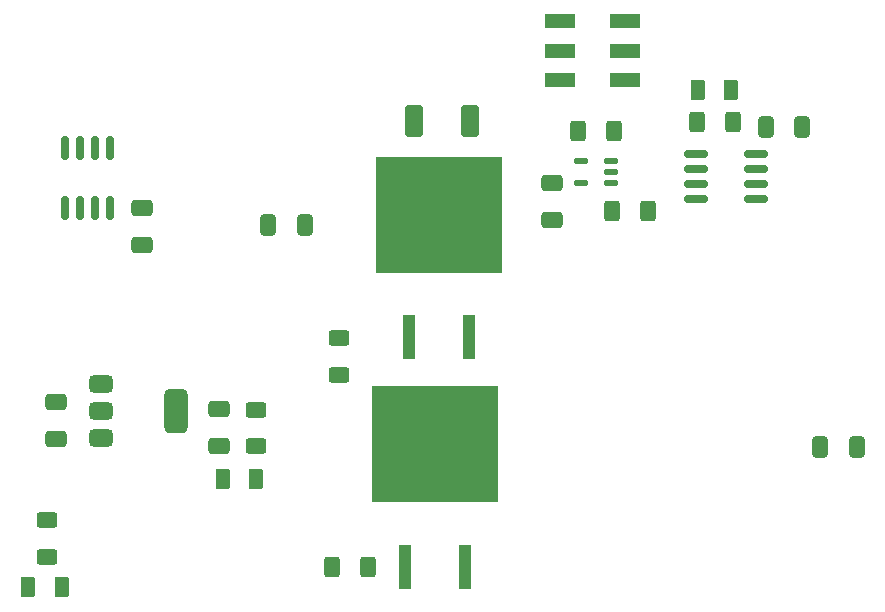
<source format=gbr>
%TF.GenerationSoftware,KiCad,Pcbnew,9.0.4*%
%TF.CreationDate,2025-10-06T02:07:33-06:00*%
%TF.ProjectId,Levitation_Analog_v1,4c657669-7461-4746-996f-6e5f416e616c,rev?*%
%TF.SameCoordinates,Original*%
%TF.FileFunction,Paste,Top*%
%TF.FilePolarity,Positive*%
%FSLAX46Y46*%
G04 Gerber Fmt 4.6, Leading zero omitted, Abs format (unit mm)*
G04 Created by KiCad (PCBNEW 9.0.4) date 2025-10-06 02:07:33*
%MOMM*%
%LPD*%
G01*
G04 APERTURE LIST*
G04 Aperture macros list*
%AMRoundRect*
0 Rectangle with rounded corners*
0 $1 Rounding radius*
0 $2 $3 $4 $5 $6 $7 $8 $9 X,Y pos of 4 corners*
0 Add a 4 corners polygon primitive as box body*
4,1,4,$2,$3,$4,$5,$6,$7,$8,$9,$2,$3,0*
0 Add four circle primitives for the rounded corners*
1,1,$1+$1,$2,$3*
1,1,$1+$1,$4,$5*
1,1,$1+$1,$6,$7*
1,1,$1+$1,$8,$9*
0 Add four rect primitives between the rounded corners*
20,1,$1+$1,$2,$3,$4,$5,0*
20,1,$1+$1,$4,$5,$6,$7,0*
20,1,$1+$1,$6,$7,$8,$9,0*
20,1,$1+$1,$8,$9,$2,$3,0*%
G04 Aperture macros list end*
%ADD10RoundRect,0.250000X0.375000X0.625000X-0.375000X0.625000X-0.375000X-0.625000X0.375000X-0.625000X0*%
%ADD11R,1.041400X3.810000*%
%ADD12R,10.769600X9.880600*%
%ADD13RoundRect,0.250000X-0.500000X-1.100000X0.500000X-1.100000X0.500000X1.100000X-0.500000X1.100000X0*%
%ADD14RoundRect,0.250000X-0.375000X-0.625000X0.375000X-0.625000X0.375000X0.625000X-0.375000X0.625000X0*%
%ADD15RoundRect,0.250000X-0.650000X0.412500X-0.650000X-0.412500X0.650000X-0.412500X0.650000X0.412500X0*%
%ADD16R,2.500000X1.200000*%
%ADD17RoundRect,0.250000X-0.412500X-0.650000X0.412500X-0.650000X0.412500X0.650000X-0.412500X0.650000X0*%
%ADD18RoundRect,0.250000X-0.625000X0.400000X-0.625000X-0.400000X0.625000X-0.400000X0.625000X0.400000X0*%
%ADD19RoundRect,0.250000X-0.400000X-0.625000X0.400000X-0.625000X0.400000X0.625000X-0.400000X0.625000X0*%
%ADD20RoundRect,0.147500X0.457500X0.147500X-0.457500X0.147500X-0.457500X-0.147500X0.457500X-0.147500X0*%
%ADD21RoundRect,0.162500X-0.825000X-0.162500X0.825000X-0.162500X0.825000X0.162500X-0.825000X0.162500X0*%
%ADD22RoundRect,0.250000X0.400000X0.625000X-0.400000X0.625000X-0.400000X-0.625000X0.400000X-0.625000X0*%
%ADD23RoundRect,0.162500X-0.162500X0.825000X-0.162500X-0.825000X0.162500X-0.825000X0.162500X0.825000X0*%
%ADD24RoundRect,0.250000X0.650000X-0.412500X0.650000X0.412500X-0.650000X0.412500X-0.650000X-0.412500X0*%
%ADD25RoundRect,0.375000X-0.625000X-0.375000X0.625000X-0.375000X0.625000X0.375000X-0.625000X0.375000X0*%
%ADD26RoundRect,0.500000X-0.500000X-1.400000X0.500000X-1.400000X0.500000X1.400000X-0.500000X1.400000X0*%
G04 APERTURE END LIST*
D10*
%TO.C,D2*%
X175120000Y-62820000D03*
X172320000Y-62820000D03*
%TD*%
D11*
%TO.C,MOSFET1*%
X147860000Y-83805900D03*
X152940000Y-83805900D03*
D12*
X150400000Y-73430000D03*
%TD*%
D13*
%TO.C,D1*%
X148290000Y-65520000D03*
X153090000Y-65520000D03*
%TD*%
D14*
%TO.C,D3*%
X132170000Y-95750000D03*
X134970000Y-95750000D03*
%TD*%
D15*
%TO.C,C2*%
X125290000Y-72827500D03*
X125290000Y-75952500D03*
%TD*%
D16*
%TO.C,S1*%
X160662500Y-57025000D03*
X160662500Y-59525000D03*
X160662500Y-62025000D03*
X166162500Y-57025000D03*
X166162500Y-59525000D03*
X166162500Y-62025000D03*
%TD*%
D17*
%TO.C,C7*%
X182657500Y-93110000D03*
X185782500Y-93110000D03*
%TD*%
D10*
%TO.C,D4*%
X118470000Y-104940000D03*
X115670000Y-104940000D03*
%TD*%
D18*
%TO.C,R1*%
X142000000Y-83850000D03*
X142000000Y-86950000D03*
%TD*%
D15*
%TO.C,C6*%
X159962500Y-70722500D03*
X159962500Y-73847500D03*
%TD*%
%TO.C,C4*%
X131780000Y-89895000D03*
X131780000Y-93020000D03*
%TD*%
D19*
%TO.C,R3*%
X165052500Y-73095000D03*
X168152500Y-73095000D03*
%TD*%
D18*
%TO.C,R6*%
X134960000Y-89920000D03*
X134960000Y-93020000D03*
%TD*%
D17*
%TO.C,C5*%
X178077500Y-66020000D03*
X181202500Y-66020000D03*
%TD*%
D12*
%TO.C,MOSFET2*%
X150130000Y-92830000D03*
D11*
X152670000Y-103205900D03*
X147590000Y-103205900D03*
%TD*%
D20*
%TO.C,U4*%
X164970000Y-70735000D03*
X164970000Y-69785000D03*
X164970000Y-68835000D03*
X162460000Y-68835000D03*
X162460000Y-70735000D03*
%TD*%
D21*
%TO.C,U3*%
X172202500Y-68275000D03*
X172202500Y-69545000D03*
X172202500Y-70815000D03*
X172202500Y-72085000D03*
X177277500Y-72085000D03*
X177277500Y-70815000D03*
X177277500Y-69545000D03*
X177277500Y-68275000D03*
%TD*%
D22*
%TO.C,R2*%
X144450000Y-103280000D03*
X141350000Y-103280000D03*
%TD*%
%TO.C,R5*%
X175330000Y-65540000D03*
X172230000Y-65540000D03*
%TD*%
D17*
%TO.C,C1*%
X135987500Y-74270000D03*
X139112500Y-74270000D03*
%TD*%
D23*
%TO.C,U1*%
X122565000Y-67732500D03*
X121295000Y-67732500D03*
X120025000Y-67732500D03*
X118755000Y-67732500D03*
X118755000Y-72807500D03*
X120025000Y-72807500D03*
X121295000Y-72807500D03*
X122565000Y-72807500D03*
%TD*%
D19*
%TO.C,R4*%
X162162500Y-66335000D03*
X165262500Y-66335000D03*
%TD*%
D24*
%TO.C,C3*%
X118030000Y-89267500D03*
X118030000Y-92392500D03*
%TD*%
D25*
%TO.C,U2*%
X121820000Y-87750000D03*
X121820000Y-90050000D03*
D26*
X128120000Y-90050000D03*
D25*
X121820000Y-92350000D03*
%TD*%
D18*
%TO.C,R7*%
X117250000Y-99300000D03*
X117250000Y-102400000D03*
%TD*%
M02*

</source>
